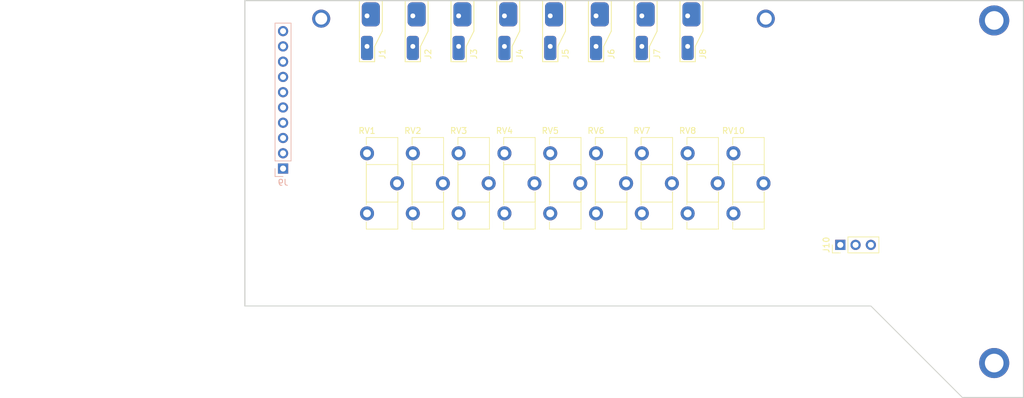
<source format=kicad_pcb>
(kicad_pcb (version 20171130) (host pcbnew 5.0.2-bee76a0~70~ubuntu16.04.1)

  (general
    (thickness 1.6)
    (drawings 10)
    (tracks 4)
    (zones 0)
    (modules 19)
    (nets 21)
  )

  (page A4)
  (layers
    (0 F.Cu signal)
    (31 B.Cu signal)
    (32 B.Adhes user)
    (33 F.Adhes user)
    (34 B.Paste user)
    (35 F.Paste user)
    (36 B.SilkS user)
    (37 F.SilkS user)
    (38 B.Mask user)
    (39 F.Mask user)
    (40 Dwgs.User user)
    (41 Cmts.User user)
    (42 Eco1.User user)
    (43 Eco2.User user)
    (44 Edge.Cuts user)
    (45 Margin user)
    (46 B.CrtYd user)
    (47 F.CrtYd user)
    (48 B.Fab user)
    (49 F.Fab user)
  )

  (setup
    (last_trace_width 2)
    (trace_clearance 1)
    (zone_clearance 1)
    (zone_45_only no)
    (trace_min 0.2)
    (segment_width 0.2)
    (edge_width 0.15)
    (via_size 0.8)
    (via_drill 0.4)
    (via_min_size 0.4)
    (via_min_drill 0.3)
    (uvia_size 0.3)
    (uvia_drill 0.1)
    (uvias_allowed no)
    (uvia_min_size 0.2)
    (uvia_min_drill 0.1)
    (pcb_text_width 0.3)
    (pcb_text_size 1.5 1.5)
    (mod_edge_width 0.15)
    (mod_text_size 1 1)
    (mod_text_width 0.15)
    (pad_size 2.34 2.34)
    (pad_drill 1.3)
    (pad_to_mask_clearance 0.051)
    (solder_mask_min_width 0.25)
    (aux_axis_origin 0 0)
    (visible_elements FFFFFF7F)
    (pcbplotparams
      (layerselection 0x010fc_ffffffff)
      (usegerberextensions false)
      (usegerberattributes false)
      (usegerberadvancedattributes false)
      (creategerberjobfile false)
      (excludeedgelayer true)
      (linewidth 0.100000)
      (plotframeref false)
      (viasonmask false)
      (mode 1)
      (useauxorigin false)
      (hpglpennumber 1)
      (hpglpenspeed 20)
      (hpglpendiameter 15.000000)
      (psnegative false)
      (psa4output false)
      (plotreference true)
      (plotvalue true)
      (plotinvisibletext false)
      (padsonsilk false)
      (subtractmaskfromsilk false)
      (outputformat 1)
      (mirror false)
      (drillshape 1)
      (scaleselection 1)
      (outputdirectory ""))
  )

  (net 0 "")
  (net 1 GNDA)
  (net 2 "Net-(J1-Pad2)")
  (net 3 "Net-(J2-Pad2)")
  (net 4 "Net-(J3-Pad2)")
  (net 5 "Net-(J4-Pad2)")
  (net 6 "Net-(J5-Pad2)")
  (net 7 "Net-(J6-Pad2)")
  (net 8 "Net-(J7-Pad2)")
  (net 9 "Net-(J8-Pad2)")
  (net 10 "Net-(J9-Pad2)")
  (net 11 "Net-(J9-Pad3)")
  (net 12 "Net-(J9-Pad4)")
  (net 13 "Net-(J9-Pad5)")
  (net 14 "Net-(J9-Pad6)")
  (net 15 "Net-(J9-Pad7)")
  (net 16 "Net-(J9-Pad8)")
  (net 17 "Net-(J9-Pad9)")
  (net 18 "Net-(J10-Pad1)")
  (net 19 "Net-(J10-Pad2)")
  (net 20 "Net-(J10-Pad3)")

  (net_class Default "This is the default net class."
    (clearance 1)
    (trace_width 2)
    (via_dia 0.8)
    (via_drill 0.4)
    (uvia_dia 0.3)
    (uvia_drill 0.1)
    (add_net GNDA)
    (add_net "Net-(J1-Pad2)")
    (add_net "Net-(J10-Pad1)")
    (add_net "Net-(J10-Pad2)")
    (add_net "Net-(J10-Pad3)")
    (add_net "Net-(J2-Pad2)")
    (add_net "Net-(J3-Pad2)")
    (add_net "Net-(J4-Pad2)")
    (add_net "Net-(J5-Pad2)")
    (add_net "Net-(J6-Pad2)")
    (add_net "Net-(J7-Pad2)")
    (add_net "Net-(J8-Pad2)")
    (add_net "Net-(J9-Pad2)")
    (add_net "Net-(J9-Pad3)")
    (add_net "Net-(J9-Pad4)")
    (add_net "Net-(J9-Pad5)")
    (add_net "Net-(J9-Pad6)")
    (add_net "Net-(J9-Pad7)")
    (add_net "Net-(J9-Pad8)")
    (add_net "Net-(J9-Pad9)")
  )

  (module footprints:coax_solder_pad (layer F.Cu) (tedit 5CB1CA80) (tstamp 5CEA5086)
    (at 73.66 15.24 270)
    (path /5CEA9CF8)
    (fp_text reference J1 (at 6.35 -2.54 270) (layer F.SilkS)
      (effects (font (size 1 1) (thickness 0.15)))
    )
    (fp_text value Conn_01x02 (at 3.81 -3.81 270) (layer F.Fab)
      (effects (font (size 1 1) (thickness 0.15)))
    )
    (fp_line (start -2.54 -2.54) (end 2.54 -2.54) (layer F.SilkS) (width 0.15))
    (fp_line (start 2.54 -2.54) (end 5.08 -1.27) (layer F.SilkS) (width 0.15))
    (fp_line (start 5.08 -1.27) (end 7.62 -1.27) (layer F.SilkS) (width 0.15))
    (fp_line (start 7.62 -1.27) (end 7.62 1.27) (layer F.SilkS) (width 0.15))
    (fp_line (start 7.62 1.27) (end -2.54 1.27) (layer F.SilkS) (width 0.15))
    (fp_line (start -2.54 1.27) (end -2.54 -2.54) (layer F.SilkS) (width 0.15))
    (pad 1 thru_hole roundrect (at 0 0 270) (size 4 3) (drill 0.8 (offset -0.254 -0.635)) (layers *.Cu *.Mask) (roundrect_rratio 0.25)
      (net 1 GNDA))
    (pad 2 thru_hole roundrect (at 5.08 0 270) (size 4 2) (drill 0.8 (offset 0.254 0)) (layers *.Cu *.Mask) (roundrect_rratio 0.25)
      (net 2 "Net-(J1-Pad2)"))
  )

  (module footprints:coax_solder_pad (layer F.Cu) (tedit 5CB1CA80) (tstamp 5CEA5092)
    (at 81.28 15.24 270)
    (path /5CEAA6AA)
    (fp_text reference J2 (at 6.35 -2.54 270) (layer F.SilkS)
      (effects (font (size 1 1) (thickness 0.15)))
    )
    (fp_text value Conn_01x02 (at 3.81 -3.81 270) (layer F.Fab)
      (effects (font (size 1 1) (thickness 0.15)))
    )
    (fp_line (start -2.54 1.27) (end -2.54 -2.54) (layer F.SilkS) (width 0.15))
    (fp_line (start 7.62 1.27) (end -2.54 1.27) (layer F.SilkS) (width 0.15))
    (fp_line (start 7.62 -1.27) (end 7.62 1.27) (layer F.SilkS) (width 0.15))
    (fp_line (start 5.08 -1.27) (end 7.62 -1.27) (layer F.SilkS) (width 0.15))
    (fp_line (start 2.54 -2.54) (end 5.08 -1.27) (layer F.SilkS) (width 0.15))
    (fp_line (start -2.54 -2.54) (end 2.54 -2.54) (layer F.SilkS) (width 0.15))
    (pad 2 thru_hole roundrect (at 5.08 0 270) (size 4 2) (drill 0.8 (offset 0.254 0)) (layers *.Cu *.Mask) (roundrect_rratio 0.25)
      (net 3 "Net-(J2-Pad2)"))
    (pad 1 thru_hole roundrect (at 0 0 270) (size 4 3) (drill 0.8 (offset -0.254 -0.635)) (layers *.Cu *.Mask) (roundrect_rratio 0.25)
      (net 1 GNDA))
  )

  (module footprints:coax_solder_pad (layer F.Cu) (tedit 5CB1CA80) (tstamp 5CEA509E)
    (at 88.9 15.24 270)
    (path /5CEAB615)
    (fp_text reference J3 (at 6.35 -2.54 270) (layer F.SilkS)
      (effects (font (size 1 1) (thickness 0.15)))
    )
    (fp_text value Conn_01x02 (at 3.81 -3.81 270) (layer F.Fab)
      (effects (font (size 1 1) (thickness 0.15)))
    )
    (fp_line (start -2.54 -2.54) (end 2.54 -2.54) (layer F.SilkS) (width 0.15))
    (fp_line (start 2.54 -2.54) (end 5.08 -1.27) (layer F.SilkS) (width 0.15))
    (fp_line (start 5.08 -1.27) (end 7.62 -1.27) (layer F.SilkS) (width 0.15))
    (fp_line (start 7.62 -1.27) (end 7.62 1.27) (layer F.SilkS) (width 0.15))
    (fp_line (start 7.62 1.27) (end -2.54 1.27) (layer F.SilkS) (width 0.15))
    (fp_line (start -2.54 1.27) (end -2.54 -2.54) (layer F.SilkS) (width 0.15))
    (pad 1 thru_hole roundrect (at 0 0 270) (size 4 3) (drill 0.8 (offset -0.254 -0.635)) (layers *.Cu *.Mask) (roundrect_rratio 0.25)
      (net 1 GNDA))
    (pad 2 thru_hole roundrect (at 5.08 0 270) (size 4 2) (drill 0.8 (offset 0.254 0)) (layers *.Cu *.Mask) (roundrect_rratio 0.25)
      (net 4 "Net-(J3-Pad2)"))
  )

  (module footprints:coax_solder_pad (layer F.Cu) (tedit 5CB1CA80) (tstamp 5CEA6703)
    (at 96.52 15.24 270)
    (path /5CEABD74)
    (fp_text reference J4 (at 6.35 -2.54 270) (layer F.SilkS)
      (effects (font (size 1 1) (thickness 0.15)))
    )
    (fp_text value Conn_01x02 (at 3.81 -3.81 270) (layer F.Fab)
      (effects (font (size 1 1) (thickness 0.15)))
    )
    (fp_line (start -2.54 1.27) (end -2.54 -2.54) (layer F.SilkS) (width 0.15))
    (fp_line (start 7.62 1.27) (end -2.54 1.27) (layer F.SilkS) (width 0.15))
    (fp_line (start 7.62 -1.27) (end 7.62 1.27) (layer F.SilkS) (width 0.15))
    (fp_line (start 5.08 -1.27) (end 7.62 -1.27) (layer F.SilkS) (width 0.15))
    (fp_line (start 2.54 -2.54) (end 5.08 -1.27) (layer F.SilkS) (width 0.15))
    (fp_line (start -2.54 -2.54) (end 2.54 -2.54) (layer F.SilkS) (width 0.15))
    (pad 2 thru_hole roundrect (at 5.08 0 270) (size 4 2) (drill 0.8 (offset 0.254 0)) (layers *.Cu *.Mask) (roundrect_rratio 0.25)
      (net 5 "Net-(J4-Pad2)"))
    (pad 1 thru_hole roundrect (at 0 0 270) (size 4 3) (drill 0.8 (offset -0.254 -0.635)) (layers *.Cu *.Mask) (roundrect_rratio 0.25)
      (net 1 GNDA))
  )

  (module footprints:coax_solder_pad (layer F.Cu) (tedit 5CB1CA80) (tstamp 5CEA50B6)
    (at 104.14 15.24 270)
    (path /5CEAC4D7)
    (fp_text reference J5 (at 6.35 -2.54 270) (layer F.SilkS)
      (effects (font (size 1 1) (thickness 0.15)))
    )
    (fp_text value Conn_01x02 (at 3.81 -3.81 270) (layer F.Fab)
      (effects (font (size 1 1) (thickness 0.15)))
    )
    (fp_line (start -2.54 -2.54) (end 2.54 -2.54) (layer F.SilkS) (width 0.15))
    (fp_line (start 2.54 -2.54) (end 5.08 -1.27) (layer F.SilkS) (width 0.15))
    (fp_line (start 5.08 -1.27) (end 7.62 -1.27) (layer F.SilkS) (width 0.15))
    (fp_line (start 7.62 -1.27) (end 7.62 1.27) (layer F.SilkS) (width 0.15))
    (fp_line (start 7.62 1.27) (end -2.54 1.27) (layer F.SilkS) (width 0.15))
    (fp_line (start -2.54 1.27) (end -2.54 -2.54) (layer F.SilkS) (width 0.15))
    (pad 1 thru_hole roundrect (at 0 0 270) (size 4 3) (drill 0.8 (offset -0.254 -0.635)) (layers *.Cu *.Mask) (roundrect_rratio 0.25)
      (net 1 GNDA))
    (pad 2 thru_hole roundrect (at 5.08 0 270) (size 4 2) (drill 0.8 (offset 0.254 0)) (layers *.Cu *.Mask) (roundrect_rratio 0.25)
      (net 6 "Net-(J5-Pad2)"))
  )

  (module footprints:coax_solder_pad (layer F.Cu) (tedit 5CB1CA80) (tstamp 5CEA50C2)
    (at 111.76 15.24 270)
    (path /5CEACC54)
    (fp_text reference J6 (at 6.35 -2.54 270) (layer F.SilkS)
      (effects (font (size 1 1) (thickness 0.15)))
    )
    (fp_text value Conn_01x02 (at 3.81 -3.81 270) (layer F.Fab)
      (effects (font (size 1 1) (thickness 0.15)))
    )
    (fp_line (start -2.54 1.27) (end -2.54 -2.54) (layer F.SilkS) (width 0.15))
    (fp_line (start 7.62 1.27) (end -2.54 1.27) (layer F.SilkS) (width 0.15))
    (fp_line (start 7.62 -1.27) (end 7.62 1.27) (layer F.SilkS) (width 0.15))
    (fp_line (start 5.08 -1.27) (end 7.62 -1.27) (layer F.SilkS) (width 0.15))
    (fp_line (start 2.54 -2.54) (end 5.08 -1.27) (layer F.SilkS) (width 0.15))
    (fp_line (start -2.54 -2.54) (end 2.54 -2.54) (layer F.SilkS) (width 0.15))
    (pad 2 thru_hole roundrect (at 5.08 0 270) (size 4 2) (drill 0.8 (offset 0.254 0)) (layers *.Cu *.Mask) (roundrect_rratio 0.25)
      (net 7 "Net-(J6-Pad2)"))
    (pad 1 thru_hole roundrect (at 0 0 270) (size 4 3) (drill 0.8 (offset -0.254 -0.635)) (layers *.Cu *.Mask) (roundrect_rratio 0.25)
      (net 1 GNDA))
  )

  (module footprints:coax_solder_pad (layer F.Cu) (tedit 5CB1CA80) (tstamp 5CEA50CE)
    (at 119.38 15.24 270)
    (path /5CEAD3AB)
    (fp_text reference J7 (at 6.35 -2.54 270) (layer F.SilkS)
      (effects (font (size 1 1) (thickness 0.15)))
    )
    (fp_text value Conn_01x02 (at 3.81 -3.81 270) (layer F.Fab)
      (effects (font (size 1 1) (thickness 0.15)))
    )
    (fp_line (start -2.54 -2.54) (end 2.54 -2.54) (layer F.SilkS) (width 0.15))
    (fp_line (start 2.54 -2.54) (end 5.08 -1.27) (layer F.SilkS) (width 0.15))
    (fp_line (start 5.08 -1.27) (end 7.62 -1.27) (layer F.SilkS) (width 0.15))
    (fp_line (start 7.62 -1.27) (end 7.62 1.27) (layer F.SilkS) (width 0.15))
    (fp_line (start 7.62 1.27) (end -2.54 1.27) (layer F.SilkS) (width 0.15))
    (fp_line (start -2.54 1.27) (end -2.54 -2.54) (layer F.SilkS) (width 0.15))
    (pad 1 thru_hole roundrect (at 0 0 270) (size 4 3) (drill 0.8 (offset -0.254 -0.635)) (layers *.Cu *.Mask) (roundrect_rratio 0.25)
      (net 1 GNDA))
    (pad 2 thru_hole roundrect (at 5.08 0 270) (size 4 2) (drill 0.8 (offset 0.254 0)) (layers *.Cu *.Mask) (roundrect_rratio 0.25)
      (net 8 "Net-(J7-Pad2)"))
  )

  (module footprints:coax_solder_pad (layer F.Cu) (tedit 5CB1CA80) (tstamp 5CEA50DA)
    (at 127 15.24 270)
    (path /5CEADB0E)
    (fp_text reference J8 (at 6.35 -2.54 270) (layer F.SilkS)
      (effects (font (size 1 1) (thickness 0.15)))
    )
    (fp_text value Conn_01x02 (at 3.81 -3.81 270) (layer F.Fab)
      (effects (font (size 1 1) (thickness 0.15)))
    )
    (fp_line (start -2.54 1.27) (end -2.54 -2.54) (layer F.SilkS) (width 0.15))
    (fp_line (start 7.62 1.27) (end -2.54 1.27) (layer F.SilkS) (width 0.15))
    (fp_line (start 7.62 -1.27) (end 7.62 1.27) (layer F.SilkS) (width 0.15))
    (fp_line (start 5.08 -1.27) (end 7.62 -1.27) (layer F.SilkS) (width 0.15))
    (fp_line (start 2.54 -2.54) (end 5.08 -1.27) (layer F.SilkS) (width 0.15))
    (fp_line (start -2.54 -2.54) (end 2.54 -2.54) (layer F.SilkS) (width 0.15))
    (pad 2 thru_hole roundrect (at 5.08 0 270) (size 4 2) (drill 0.8 (offset 0.254 0)) (layers *.Cu *.Mask) (roundrect_rratio 0.25)
      (net 9 "Net-(J8-Pad2)"))
    (pad 1 thru_hole roundrect (at 0 0 270) (size 4 3) (drill 0.8 (offset -0.254 -0.635)) (layers *.Cu *.Mask) (roundrect_rratio 0.25)
      (net 1 GNDA))
  )

  (module Connector_PinHeader_2.54mm:PinHeader_1x10_P2.54mm_Vertical (layer B.Cu) (tedit 59FED5CC) (tstamp 5CEA5E60)
    (at 59.69 40.64)
    (descr "Through hole straight pin header, 1x10, 2.54mm pitch, single row")
    (tags "Through hole pin header THT 1x10 2.54mm single row")
    (path /5CEA4DA9)
    (fp_text reference J9 (at 0 2.33) (layer B.SilkS)
      (effects (font (size 1 1) (thickness 0.15)) (justify mirror))
    )
    (fp_text value Conn_01x10 (at 0 -25.19) (layer B.Fab)
      (effects (font (size 1 1) (thickness 0.15)) (justify mirror))
    )
    (fp_line (start -0.635 1.27) (end 1.27 1.27) (layer B.Fab) (width 0.1))
    (fp_line (start 1.27 1.27) (end 1.27 -24.13) (layer B.Fab) (width 0.1))
    (fp_line (start 1.27 -24.13) (end -1.27 -24.13) (layer B.Fab) (width 0.1))
    (fp_line (start -1.27 -24.13) (end -1.27 0.635) (layer B.Fab) (width 0.1))
    (fp_line (start -1.27 0.635) (end -0.635 1.27) (layer B.Fab) (width 0.1))
    (fp_line (start -1.33 -24.19) (end 1.33 -24.19) (layer B.SilkS) (width 0.12))
    (fp_line (start -1.33 -1.27) (end -1.33 -24.19) (layer B.SilkS) (width 0.12))
    (fp_line (start 1.33 -1.27) (end 1.33 -24.19) (layer B.SilkS) (width 0.12))
    (fp_line (start -1.33 -1.27) (end 1.33 -1.27) (layer B.SilkS) (width 0.12))
    (fp_line (start -1.33 0) (end -1.33 1.33) (layer B.SilkS) (width 0.12))
    (fp_line (start -1.33 1.33) (end 0 1.33) (layer B.SilkS) (width 0.12))
    (fp_line (start -1.8 1.8) (end -1.8 -24.65) (layer B.CrtYd) (width 0.05))
    (fp_line (start -1.8 -24.65) (end 1.8 -24.65) (layer B.CrtYd) (width 0.05))
    (fp_line (start 1.8 -24.65) (end 1.8 1.8) (layer B.CrtYd) (width 0.05))
    (fp_line (start 1.8 1.8) (end -1.8 1.8) (layer B.CrtYd) (width 0.05))
    (fp_text user %R (at 0 -11.43 -90) (layer B.Fab)
      (effects (font (size 1 1) (thickness 0.15)) (justify mirror))
    )
    (pad 1 thru_hole rect (at 0 0) (size 1.7 1.7) (drill 1) (layers *.Cu *.Mask)
      (net 1 GNDA))
    (pad 2 thru_hole oval (at 0 -2.54) (size 1.7 1.7) (drill 1) (layers *.Cu *.Mask)
      (net 10 "Net-(J9-Pad2)"))
    (pad 3 thru_hole oval (at 0 -5.08) (size 1.7 1.7) (drill 1) (layers *.Cu *.Mask)
      (net 11 "Net-(J9-Pad3)"))
    (pad 4 thru_hole oval (at 0 -7.62) (size 1.7 1.7) (drill 1) (layers *.Cu *.Mask)
      (net 12 "Net-(J9-Pad4)"))
    (pad 5 thru_hole oval (at 0 -10.16) (size 1.7 1.7) (drill 1) (layers *.Cu *.Mask)
      (net 13 "Net-(J9-Pad5)"))
    (pad 6 thru_hole oval (at 0 -12.7) (size 1.7 1.7) (drill 1) (layers *.Cu *.Mask)
      (net 14 "Net-(J9-Pad6)"))
    (pad 7 thru_hole oval (at 0 -15.24) (size 1.7 1.7) (drill 1) (layers *.Cu *.Mask)
      (net 15 "Net-(J9-Pad7)"))
    (pad 8 thru_hole oval (at 0 -17.78) (size 1.7 1.7) (drill 1) (layers *.Cu *.Mask)
      (net 16 "Net-(J9-Pad8)"))
    (pad 9 thru_hole oval (at 0 -20.32) (size 1.7 1.7) (drill 1) (layers *.Cu *.Mask)
      (net 17 "Net-(J9-Pad9)"))
    (pad 10 thru_hole oval (at 0 -22.86) (size 1.7 1.7) (drill 1) (layers *.Cu *.Mask)
      (net 1 GNDA))
    (model ${KISYS3DMOD}/Connector_PinHeader_2.54mm.3dshapes/PinHeader_1x10_P2.54mm_Vertical.wrl
      (at (xyz 0 0 0))
      (scale (xyz 1 1 1))
      (rotate (xyz 0 0 0))
    )
  )

  (module Connector_PinHeader_2.54mm:PinHeader_1x03_P2.54mm_Vertical (layer F.Cu) (tedit 59FED5CC) (tstamp 5CEA68B6)
    (at 152.4 53.34 90)
    (descr "Through hole straight pin header, 1x03, 2.54mm pitch, single row")
    (tags "Through hole pin header THT 1x03 2.54mm single row")
    (path /5CEA4A3E)
    (fp_text reference J10 (at 0 -2.33 90) (layer F.SilkS)
      (effects (font (size 1 1) (thickness 0.15)))
    )
    (fp_text value Conn_servo (at 0 7.41 90) (layer F.Fab)
      (effects (font (size 1 1) (thickness 0.15)))
    )
    (fp_line (start -0.635 -1.27) (end 1.27 -1.27) (layer F.Fab) (width 0.1))
    (fp_line (start 1.27 -1.27) (end 1.27 6.35) (layer F.Fab) (width 0.1))
    (fp_line (start 1.27 6.35) (end -1.27 6.35) (layer F.Fab) (width 0.1))
    (fp_line (start -1.27 6.35) (end -1.27 -0.635) (layer F.Fab) (width 0.1))
    (fp_line (start -1.27 -0.635) (end -0.635 -1.27) (layer F.Fab) (width 0.1))
    (fp_line (start -1.33 6.41) (end 1.33 6.41) (layer F.SilkS) (width 0.12))
    (fp_line (start -1.33 1.27) (end -1.33 6.41) (layer F.SilkS) (width 0.12))
    (fp_line (start 1.33 1.27) (end 1.33 6.41) (layer F.SilkS) (width 0.12))
    (fp_line (start -1.33 1.27) (end 1.33 1.27) (layer F.SilkS) (width 0.12))
    (fp_line (start -1.33 0) (end -1.33 -1.33) (layer F.SilkS) (width 0.12))
    (fp_line (start -1.33 -1.33) (end 0 -1.33) (layer F.SilkS) (width 0.12))
    (fp_line (start -1.8 -1.8) (end -1.8 6.85) (layer F.CrtYd) (width 0.05))
    (fp_line (start -1.8 6.85) (end 1.8 6.85) (layer F.CrtYd) (width 0.05))
    (fp_line (start 1.8 6.85) (end 1.8 -1.8) (layer F.CrtYd) (width 0.05))
    (fp_line (start 1.8 -1.8) (end -1.8 -1.8) (layer F.CrtYd) (width 0.05))
    (fp_text user %R (at 0 2.54 180) (layer F.Fab)
      (effects (font (size 1 1) (thickness 0.15)))
    )
    (pad 1 thru_hole rect (at 0 0 90) (size 1.7 1.7) (drill 1) (layers *.Cu *.Mask)
      (net 18 "Net-(J10-Pad1)"))
    (pad 2 thru_hole oval (at 0 2.54 90) (size 1.7 1.7) (drill 1) (layers *.Cu *.Mask)
      (net 19 "Net-(J10-Pad2)"))
    (pad 3 thru_hole oval (at 0 5.08 90) (size 1.7 1.7) (drill 1) (layers *.Cu *.Mask)
      (net 20 "Net-(J10-Pad3)"))
    (model ${KISYS3DMOD}/Connector_PinHeader_2.54mm.3dshapes/PinHeader_1x03_P2.54mm_Vertical.wrl
      (at (xyz 0 0 0))
      (scale (xyz 1 1 1))
      (rotate (xyz 0 0 0))
    )
  )

  (module Potentiometer_THT:Potentiometer_Piher_PT-15-H05_Horizontal (layer F.Cu) (tedit 5A3D4994) (tstamp 5CEA512F)
    (at 73.66 38.1)
    (descr "Potentiometer, horizontal, Piher PT-15-H05, http://www.piher-nacesa.com/pdf/14-PT15v03.pdf")
    (tags "Potentiometer horizontal Piher PT-15-H05")
    (path /5CEA489F)
    (fp_text reference RV1 (at 0 -3.75) (layer F.SilkS)
      (effects (font (size 1 1) (thickness 0.15)))
    )
    (fp_text value R_POT (at 0 13.75) (layer F.Fab)
      (effects (font (size 1 1) (thickness 0.15)))
    )
    (fp_line (start 5 -2.5) (end 5 12.5) (layer F.Fab) (width 0.1))
    (fp_line (start 5 12.5) (end 0 12.5) (layer F.Fab) (width 0.1))
    (fp_line (start 0 12.5) (end 0 -2.5) (layer F.Fab) (width 0.1))
    (fp_line (start 0 -2.5) (end 5 -2.5) (layer F.Fab) (width 0.1))
    (fp_line (start 0 2) (end 0 8) (layer F.Fab) (width 0.1))
    (fp_line (start 0 8) (end 5 8) (layer F.Fab) (width 0.1))
    (fp_line (start 5 8) (end 5 2) (layer F.Fab) (width 0.1))
    (fp_line (start 5 2) (end 0 2) (layer F.Fab) (width 0.1))
    (fp_line (start -0.121 -2.62) (end 5.12 -2.62) (layer F.SilkS) (width 0.12))
    (fp_line (start -0.121 12.62) (end 5.12 12.62) (layer F.SilkS) (width 0.12))
    (fp_line (start 5.12 -2.62) (end 5.12 3.575) (layer F.SilkS) (width 0.12))
    (fp_line (start 5.12 6.425) (end 5.12 12.62) (layer F.SilkS) (width 0.12))
    (fp_line (start -0.121 11.425) (end -0.121 12.62) (layer F.SilkS) (width 0.12))
    (fp_line (start -0.121 -2.62) (end -0.121 -1.426) (layer F.SilkS) (width 0.12))
    (fp_line (start -0.121 1.426) (end -0.121 8.575) (layer F.SilkS) (width 0.12))
    (fp_line (start -0.121 1.88) (end 5.12 1.88) (layer F.SilkS) (width 0.12))
    (fp_line (start -0.121 8.121) (end 5.12 8.121) (layer F.SilkS) (width 0.12))
    (fp_line (start -0.121 1.88) (end -0.121 8.121) (layer F.SilkS) (width 0.12))
    (fp_line (start 5.12 1.88) (end 5.12 3.575) (layer F.SilkS) (width 0.12))
    (fp_line (start 5.12 6.425) (end 5.12 8.121) (layer F.SilkS) (width 0.12))
    (fp_line (start -1.45 -2.75) (end -1.45 12.75) (layer F.CrtYd) (width 0.05))
    (fp_line (start -1.45 12.75) (end 6.45 12.75) (layer F.CrtYd) (width 0.05))
    (fp_line (start 6.45 12.75) (end 6.45 -2.75) (layer F.CrtYd) (width 0.05))
    (fp_line (start 6.45 -2.75) (end -1.45 -2.75) (layer F.CrtYd) (width 0.05))
    (fp_text user %R (at 2.5 5) (layer F.Fab)
      (effects (font (size 1 1) (thickness 0.15)))
    )
    (pad 3 thru_hole circle (at 0 10) (size 2.34 2.34) (drill 1.3) (layers *.Cu *.Mask)
      (net 1 GNDA))
    (pad 2 thru_hole circle (at 5 5) (size 2.34 2.34) (drill 1.3) (layers *.Cu *.Mask)
      (net 10 "Net-(J9-Pad2)"))
    (pad 1 thru_hole circle (at 0 0) (size 2.34 2.34) (drill 1.3) (layers *.Cu *.Mask)
      (net 2 "Net-(J1-Pad2)"))
    (model ${KISYS3DMOD}/Potentiometer_THT.3dshapes/Potentiometer_Piher_PT-15-H05_Horizontal.wrl
      (at (xyz 0 0 0))
      (scale (xyz 1 1 1))
      (rotate (xyz 0 0 0))
    )
  )

  (module Potentiometer_THT:Potentiometer_Piher_PT-15-H05_Horizontal (layer F.Cu) (tedit 5A3D4994) (tstamp 5CEA514F)
    (at 81.28 38.1)
    (descr "Potentiometer, horizontal, Piher PT-15-H05, http://www.piher-nacesa.com/pdf/14-PT15v03.pdf")
    (tags "Potentiometer horizontal Piher PT-15-H05")
    (path /5CEA509A)
    (fp_text reference RV2 (at 0 -3.75) (layer F.SilkS)
      (effects (font (size 1 1) (thickness 0.15)))
    )
    (fp_text value R_POT (at 0 13.75) (layer F.Fab)
      (effects (font (size 1 1) (thickness 0.15)))
    )
    (fp_text user %R (at 2.5 5) (layer F.Fab)
      (effects (font (size 1 1) (thickness 0.15)))
    )
    (fp_line (start 6.45 -2.75) (end -1.45 -2.75) (layer F.CrtYd) (width 0.05))
    (fp_line (start 6.45 12.75) (end 6.45 -2.75) (layer F.CrtYd) (width 0.05))
    (fp_line (start -1.45 12.75) (end 6.45 12.75) (layer F.CrtYd) (width 0.05))
    (fp_line (start -1.45 -2.75) (end -1.45 12.75) (layer F.CrtYd) (width 0.05))
    (fp_line (start 5.12 6.425) (end 5.12 8.121) (layer F.SilkS) (width 0.12))
    (fp_line (start 5.12 1.88) (end 5.12 3.575) (layer F.SilkS) (width 0.12))
    (fp_line (start -0.121 1.88) (end -0.121 8.121) (layer F.SilkS) (width 0.12))
    (fp_line (start -0.121 8.121) (end 5.12 8.121) (layer F.SilkS) (width 0.12))
    (fp_line (start -0.121 1.88) (end 5.12 1.88) (layer F.SilkS) (width 0.12))
    (fp_line (start -0.121 1.426) (end -0.121 8.575) (layer F.SilkS) (width 0.12))
    (fp_line (start -0.121 -2.62) (end -0.121 -1.426) (layer F.SilkS) (width 0.12))
    (fp_line (start -0.121 11.425) (end -0.121 12.62) (layer F.SilkS) (width 0.12))
    (fp_line (start 5.12 6.425) (end 5.12 12.62) (layer F.SilkS) (width 0.12))
    (fp_line (start 5.12 -2.62) (end 5.12 3.575) (layer F.SilkS) (width 0.12))
    (fp_line (start -0.121 12.62) (end 5.12 12.62) (layer F.SilkS) (width 0.12))
    (fp_line (start -0.121 -2.62) (end 5.12 -2.62) (layer F.SilkS) (width 0.12))
    (fp_line (start 5 2) (end 0 2) (layer F.Fab) (width 0.1))
    (fp_line (start 5 8) (end 5 2) (layer F.Fab) (width 0.1))
    (fp_line (start 0 8) (end 5 8) (layer F.Fab) (width 0.1))
    (fp_line (start 0 2) (end 0 8) (layer F.Fab) (width 0.1))
    (fp_line (start 0 -2.5) (end 5 -2.5) (layer F.Fab) (width 0.1))
    (fp_line (start 0 12.5) (end 0 -2.5) (layer F.Fab) (width 0.1))
    (fp_line (start 5 12.5) (end 0 12.5) (layer F.Fab) (width 0.1))
    (fp_line (start 5 -2.5) (end 5 12.5) (layer F.Fab) (width 0.1))
    (pad 1 thru_hole circle (at 0 0) (size 2.34 2.34) (drill 1.3) (layers *.Cu *.Mask)
      (net 3 "Net-(J2-Pad2)"))
    (pad 2 thru_hole circle (at 5 5) (size 2.34 2.34) (drill 1.3) (layers *.Cu *.Mask)
      (net 11 "Net-(J9-Pad3)"))
    (pad 3 thru_hole circle (at 0 10) (size 2.34 2.34) (drill 1.3) (layers *.Cu *.Mask)
      (net 1 GNDA))
    (model ${KISYS3DMOD}/Potentiometer_THT.3dshapes/Potentiometer_Piher_PT-15-H05_Horizontal.wrl
      (at (xyz 0 0 0))
      (scale (xyz 1 1 1))
      (rotate (xyz 0 0 0))
    )
  )

  (module Potentiometer_THT:Potentiometer_Piher_PT-15-H05_Horizontal (layer F.Cu) (tedit 5A3D4994) (tstamp 5CEA516F)
    (at 88.9 38.1)
    (descr "Potentiometer, horizontal, Piher PT-15-H05, http://www.piher-nacesa.com/pdf/14-PT15v03.pdf")
    (tags "Potentiometer horizontal Piher PT-15-H05")
    (path /5CEA51E9)
    (fp_text reference RV3 (at 0 -3.75) (layer F.SilkS)
      (effects (font (size 1 1) (thickness 0.15)))
    )
    (fp_text value R_POT (at 0 13.75) (layer F.Fab)
      (effects (font (size 1 1) (thickness 0.15)))
    )
    (fp_line (start 5 -2.5) (end 5 12.5) (layer F.Fab) (width 0.1))
    (fp_line (start 5 12.5) (end 0 12.5) (layer F.Fab) (width 0.1))
    (fp_line (start 0 12.5) (end 0 -2.5) (layer F.Fab) (width 0.1))
    (fp_line (start 0 -2.5) (end 5 -2.5) (layer F.Fab) (width 0.1))
    (fp_line (start 0 2) (end 0 8) (layer F.Fab) (width 0.1))
    (fp_line (start 0 8) (end 5 8) (layer F.Fab) (width 0.1))
    (fp_line (start 5 8) (end 5 2) (layer F.Fab) (width 0.1))
    (fp_line (start 5 2) (end 0 2) (layer F.Fab) (width 0.1))
    (fp_line (start -0.121 -2.62) (end 5.12 -2.62) (layer F.SilkS) (width 0.12))
    (fp_line (start -0.121 12.62) (end 5.12 12.62) (layer F.SilkS) (width 0.12))
    (fp_line (start 5.12 -2.62) (end 5.12 3.575) (layer F.SilkS) (width 0.12))
    (fp_line (start 5.12 6.425) (end 5.12 12.62) (layer F.SilkS) (width 0.12))
    (fp_line (start -0.121 11.425) (end -0.121 12.62) (layer F.SilkS) (width 0.12))
    (fp_line (start -0.121 -2.62) (end -0.121 -1.426) (layer F.SilkS) (width 0.12))
    (fp_line (start -0.121 1.426) (end -0.121 8.575) (layer F.SilkS) (width 0.12))
    (fp_line (start -0.121 1.88) (end 5.12 1.88) (layer F.SilkS) (width 0.12))
    (fp_line (start -0.121 8.121) (end 5.12 8.121) (layer F.SilkS) (width 0.12))
    (fp_line (start -0.121 1.88) (end -0.121 8.121) (layer F.SilkS) (width 0.12))
    (fp_line (start 5.12 1.88) (end 5.12 3.575) (layer F.SilkS) (width 0.12))
    (fp_line (start 5.12 6.425) (end 5.12 8.121) (layer F.SilkS) (width 0.12))
    (fp_line (start -1.45 -2.75) (end -1.45 12.75) (layer F.CrtYd) (width 0.05))
    (fp_line (start -1.45 12.75) (end 6.45 12.75) (layer F.CrtYd) (width 0.05))
    (fp_line (start 6.45 12.75) (end 6.45 -2.75) (layer F.CrtYd) (width 0.05))
    (fp_line (start 6.45 -2.75) (end -1.45 -2.75) (layer F.CrtYd) (width 0.05))
    (fp_text user %R (at 2.5 5) (layer F.Fab)
      (effects (font (size 1 1) (thickness 0.15)))
    )
    (pad 3 thru_hole circle (at 0 10) (size 2.34 2.34) (drill 1.3) (layers *.Cu *.Mask)
      (net 1 GNDA))
    (pad 2 thru_hole circle (at 5 5) (size 2.34 2.34) (drill 1.3) (layers *.Cu *.Mask)
      (net 12 "Net-(J9-Pad4)"))
    (pad 1 thru_hole circle (at 0 0) (size 2.34 2.34) (drill 1.3) (layers *.Cu *.Mask)
      (net 4 "Net-(J3-Pad2)"))
    (model ${KISYS3DMOD}/Potentiometer_THT.3dshapes/Potentiometer_Piher_PT-15-H05_Horizontal.wrl
      (at (xyz 0 0 0))
      (scale (xyz 1 1 1))
      (rotate (xyz 0 0 0))
    )
  )

  (module Potentiometer_THT:Potentiometer_Piher_PT-15-H05_Horizontal (layer F.Cu) (tedit 5A3D4994) (tstamp 5CEA518F)
    (at 96.52 38.1)
    (descr "Potentiometer, horizontal, Piher PT-15-H05, http://www.piher-nacesa.com/pdf/14-PT15v03.pdf")
    (tags "Potentiometer horizontal Piher PT-15-H05")
    (path /5CEA51F7)
    (fp_text reference RV4 (at 0 -3.75) (layer F.SilkS)
      (effects (font (size 1 1) (thickness 0.15)))
    )
    (fp_text value R_POT (at 0 13.75) (layer F.Fab)
      (effects (font (size 1 1) (thickness 0.15)))
    )
    (fp_text user %R (at 2.5 5) (layer F.Fab)
      (effects (font (size 1 1) (thickness 0.15)))
    )
    (fp_line (start 6.45 -2.75) (end -1.45 -2.75) (layer F.CrtYd) (width 0.05))
    (fp_line (start 6.45 12.75) (end 6.45 -2.75) (layer F.CrtYd) (width 0.05))
    (fp_line (start -1.45 12.75) (end 6.45 12.75) (layer F.CrtYd) (width 0.05))
    (fp_line (start -1.45 -2.75) (end -1.45 12.75) (layer F.CrtYd) (width 0.05))
    (fp_line (start 5.12 6.425) (end 5.12 8.121) (layer F.SilkS) (width 0.12))
    (fp_line (start 5.12 1.88) (end 5.12 3.575) (layer F.SilkS) (width 0.12))
    (fp_line (start -0.121 1.88) (end -0.121 8.121) (layer F.SilkS) (width 0.12))
    (fp_line (start -0.121 8.121) (end 5.12 8.121) (layer F.SilkS) (width 0.12))
    (fp_line (start -0.121 1.88) (end 5.12 1.88) (layer F.SilkS) (width 0.12))
    (fp_line (start -0.121 1.426) (end -0.121 8.575) (layer F.SilkS) (width 0.12))
    (fp_line (start -0.121 -2.62) (end -0.121 -1.426) (layer F.SilkS) (width 0.12))
    (fp_line (start -0.121 11.425) (end -0.121 12.62) (layer F.SilkS) (width 0.12))
    (fp_line (start 5.12 6.425) (end 5.12 12.62) (layer F.SilkS) (width 0.12))
    (fp_line (start 5.12 -2.62) (end 5.12 3.575) (layer F.SilkS) (width 0.12))
    (fp_line (start -0.121 12.62) (end 5.12 12.62) (layer F.SilkS) (width 0.12))
    (fp_line (start -0.121 -2.62) (end 5.12 -2.62) (layer F.SilkS) (width 0.12))
    (fp_line (start 5 2) (end 0 2) (layer F.Fab) (width 0.1))
    (fp_line (start 5 8) (end 5 2) (layer F.Fab) (width 0.1))
    (fp_line (start 0 8) (end 5 8) (layer F.Fab) (width 0.1))
    (fp_line (start 0 2) (end 0 8) (layer F.Fab) (width 0.1))
    (fp_line (start 0 -2.5) (end 5 -2.5) (layer F.Fab) (width 0.1))
    (fp_line (start 0 12.5) (end 0 -2.5) (layer F.Fab) (width 0.1))
    (fp_line (start 5 12.5) (end 0 12.5) (layer F.Fab) (width 0.1))
    (fp_line (start 5 -2.5) (end 5 12.5) (layer F.Fab) (width 0.1))
    (pad 1 thru_hole circle (at 0 0) (size 2.34 2.34) (drill 1.3) (layers *.Cu *.Mask)
      (net 5 "Net-(J4-Pad2)"))
    (pad 2 thru_hole circle (at 5 5) (size 2.34 2.34) (drill 1.3) (layers *.Cu *.Mask)
      (net 13 "Net-(J9-Pad5)"))
    (pad 3 thru_hole circle (at 0 10) (size 2.34 2.34) (drill 1.3) (layers *.Cu *.Mask)
      (net 1 GNDA))
    (model ${KISYS3DMOD}/Potentiometer_THT.3dshapes/Potentiometer_Piher_PT-15-H05_Horizontal.wrl
      (at (xyz 0 0 0))
      (scale (xyz 1 1 1))
      (rotate (xyz 0 0 0))
    )
  )

  (module Potentiometer_THT:Potentiometer_Piher_PT-15-H05_Horizontal (layer F.Cu) (tedit 5A3D4994) (tstamp 5CEA51AF)
    (at 104.14 38.1)
    (descr "Potentiometer, horizontal, Piher PT-15-H05, http://www.piher-nacesa.com/pdf/14-PT15v03.pdf")
    (tags "Potentiometer horizontal Piher PT-15-H05")
    (path /5CEA53CE)
    (fp_text reference RV5 (at 0 -3.75) (layer F.SilkS)
      (effects (font (size 1 1) (thickness 0.15)))
    )
    (fp_text value R_POT (at 0 13.75) (layer F.Fab)
      (effects (font (size 1 1) (thickness 0.15)))
    )
    (fp_line (start 5 -2.5) (end 5 12.5) (layer F.Fab) (width 0.1))
    (fp_line (start 5 12.5) (end 0 12.5) (layer F.Fab) (width 0.1))
    (fp_line (start 0 12.5) (end 0 -2.5) (layer F.Fab) (width 0.1))
    (fp_line (start 0 -2.5) (end 5 -2.5) (layer F.Fab) (width 0.1))
    (fp_line (start 0 2) (end 0 8) (layer F.Fab) (width 0.1))
    (fp_line (start 0 8) (end 5 8) (layer F.Fab) (width 0.1))
    (fp_line (start 5 8) (end 5 2) (layer F.Fab) (width 0.1))
    (fp_line (start 5 2) (end 0 2) (layer F.Fab) (width 0.1))
    (fp_line (start -0.121 -2.62) (end 5.12 -2.62) (layer F.SilkS) (width 0.12))
    (fp_line (start -0.121 12.62) (end 5.12 12.62) (layer F.SilkS) (width 0.12))
    (fp_line (start 5.12 -2.62) (end 5.12 3.575) (layer F.SilkS) (width 0.12))
    (fp_line (start 5.12 6.425) (end 5.12 12.62) (layer F.SilkS) (width 0.12))
    (fp_line (start -0.121 11.425) (end -0.121 12.62) (layer F.SilkS) (width 0.12))
    (fp_line (start -0.121 -2.62) (end -0.121 -1.426) (layer F.SilkS) (width 0.12))
    (fp_line (start -0.121 1.426) (end -0.121 8.575) (layer F.SilkS) (width 0.12))
    (fp_line (start -0.121 1.88) (end 5.12 1.88) (layer F.SilkS) (width 0.12))
    (fp_line (start -0.121 8.121) (end 5.12 8.121) (layer F.SilkS) (width 0.12))
    (fp_line (start -0.121 1.88) (end -0.121 8.121) (layer F.SilkS) (width 0.12))
    (fp_line (start 5.12 1.88) (end 5.12 3.575) (layer F.SilkS) (width 0.12))
    (fp_line (start 5.12 6.425) (end 5.12 8.121) (layer F.SilkS) (width 0.12))
    (fp_line (start -1.45 -2.75) (end -1.45 12.75) (layer F.CrtYd) (width 0.05))
    (fp_line (start -1.45 12.75) (end 6.45 12.75) (layer F.CrtYd) (width 0.05))
    (fp_line (start 6.45 12.75) (end 6.45 -2.75) (layer F.CrtYd) (width 0.05))
    (fp_line (start 6.45 -2.75) (end -1.45 -2.75) (layer F.CrtYd) (width 0.05))
    (fp_text user %R (at 2.5 5) (layer F.Fab)
      (effects (font (size 1 1) (thickness 0.15)))
    )
    (pad 3 thru_hole circle (at 0 10) (size 2.34 2.34) (drill 1.3) (layers *.Cu *.Mask)
      (net 1 GNDA))
    (pad 2 thru_hole circle (at 5 5) (size 2.34 2.34) (drill 1.3) (layers *.Cu *.Mask)
      (net 14 "Net-(J9-Pad6)"))
    (pad 1 thru_hole circle (at 0 0) (size 2.34 2.34) (drill 1.3) (layers *.Cu *.Mask)
      (net 6 "Net-(J5-Pad2)"))
    (model ${KISYS3DMOD}/Potentiometer_THT.3dshapes/Potentiometer_Piher_PT-15-H05_Horizontal.wrl
      (at (xyz 0 0 0))
      (scale (xyz 1 1 1))
      (rotate (xyz 0 0 0))
    )
  )

  (module Potentiometer_THT:Potentiometer_Piher_PT-15-H05_Horizontal (layer F.Cu) (tedit 5A3D4994) (tstamp 5CEA51CF)
    (at 111.76 38.1)
    (descr "Potentiometer, horizontal, Piher PT-15-H05, http://www.piher-nacesa.com/pdf/14-PT15v03.pdf")
    (tags "Potentiometer horizontal Piher PT-15-H05")
    (path /5CEA53DC)
    (fp_text reference RV6 (at 0 -3.75) (layer F.SilkS)
      (effects (font (size 1 1) (thickness 0.15)))
    )
    (fp_text value R_POT (at 0 13.75) (layer F.Fab)
      (effects (font (size 1 1) (thickness 0.15)))
    )
    (fp_text user %R (at 2.5 5) (layer F.Fab)
      (effects (font (size 1 1) (thickness 0.15)))
    )
    (fp_line (start 6.45 -2.75) (end -1.45 -2.75) (layer F.CrtYd) (width 0.05))
    (fp_line (start 6.45 12.75) (end 6.45 -2.75) (layer F.CrtYd) (width 0.05))
    (fp_line (start -1.45 12.75) (end 6.45 12.75) (layer F.CrtYd) (width 0.05))
    (fp_line (start -1.45 -2.75) (end -1.45 12.75) (layer F.CrtYd) (width 0.05))
    (fp_line (start 5.12 6.425) (end 5.12 8.121) (layer F.SilkS) (width 0.12))
    (fp_line (start 5.12 1.88) (end 5.12 3.575) (layer F.SilkS) (width 0.12))
    (fp_line (start -0.121 1.88) (end -0.121 8.121) (layer F.SilkS) (width 0.12))
    (fp_line (start -0.121 8.121) (end 5.12 8.121) (layer F.SilkS) (width 0.12))
    (fp_line (start -0.121 1.88) (end 5.12 1.88) (layer F.SilkS) (width 0.12))
    (fp_line (start -0.121 1.426) (end -0.121 8.575) (layer F.SilkS) (width 0.12))
    (fp_line (start -0.121 -2.62) (end -0.121 -1.426) (layer F.SilkS) (width 0.12))
    (fp_line (start -0.121 11.425) (end -0.121 12.62) (layer F.SilkS) (width 0.12))
    (fp_line (start 5.12 6.425) (end 5.12 12.62) (layer F.SilkS) (width 0.12))
    (fp_line (start 5.12 -2.62) (end 5.12 3.575) (layer F.SilkS) (width 0.12))
    (fp_line (start -0.121 12.62) (end 5.12 12.62) (layer F.SilkS) (width 0.12))
    (fp_line (start -0.121 -2.62) (end 5.12 -2.62) (layer F.SilkS) (width 0.12))
    (fp_line (start 5 2) (end 0 2) (layer F.Fab) (width 0.1))
    (fp_line (start 5 8) (end 5 2) (layer F.Fab) (width 0.1))
    (fp_line (start 0 8) (end 5 8) (layer F.Fab) (width 0.1))
    (fp_line (start 0 2) (end 0 8) (layer F.Fab) (width 0.1))
    (fp_line (start 0 -2.5) (end 5 -2.5) (layer F.Fab) (width 0.1))
    (fp_line (start 0 12.5) (end 0 -2.5) (layer F.Fab) (width 0.1))
    (fp_line (start 5 12.5) (end 0 12.5) (layer F.Fab) (width 0.1))
    (fp_line (start 5 -2.5) (end 5 12.5) (layer F.Fab) (width 0.1))
    (pad 1 thru_hole circle (at 0 0) (size 2.34 2.34) (drill 1.3) (layers *.Cu *.Mask)
      (net 7 "Net-(J6-Pad2)"))
    (pad 2 thru_hole circle (at 5 5) (size 2.34 2.34) (drill 1.3) (layers *.Cu *.Mask)
      (net 15 "Net-(J9-Pad7)"))
    (pad 3 thru_hole circle (at 0 10) (size 2.34 2.34) (drill 1.3) (layers *.Cu *.Mask)
      (net 1 GNDA))
    (model ${KISYS3DMOD}/Potentiometer_THT.3dshapes/Potentiometer_Piher_PT-15-H05_Horizontal.wrl
      (at (xyz 0 0 0))
      (scale (xyz 1 1 1))
      (rotate (xyz 0 0 0))
    )
  )

  (module Potentiometer_THT:Potentiometer_Piher_PT-15-H05_Horizontal (layer F.Cu) (tedit 5A3D4994) (tstamp 5CEA51EF)
    (at 119.38 38.1)
    (descr "Potentiometer, horizontal, Piher PT-15-H05, http://www.piher-nacesa.com/pdf/14-PT15v03.pdf")
    (tags "Potentiometer horizontal Piher PT-15-H05")
    (path /5CEA53EA)
    (fp_text reference RV7 (at 0 -3.75) (layer F.SilkS)
      (effects (font (size 1 1) (thickness 0.15)))
    )
    (fp_text value R_POT (at 0 13.75) (layer F.Fab)
      (effects (font (size 1 1) (thickness 0.15)))
    )
    (fp_line (start 5 -2.5) (end 5 12.5) (layer F.Fab) (width 0.1))
    (fp_line (start 5 12.5) (end 0 12.5) (layer F.Fab) (width 0.1))
    (fp_line (start 0 12.5) (end 0 -2.5) (layer F.Fab) (width 0.1))
    (fp_line (start 0 -2.5) (end 5 -2.5) (layer F.Fab) (width 0.1))
    (fp_line (start 0 2) (end 0 8) (layer F.Fab) (width 0.1))
    (fp_line (start 0 8) (end 5 8) (layer F.Fab) (width 0.1))
    (fp_line (start 5 8) (end 5 2) (layer F.Fab) (width 0.1))
    (fp_line (start 5 2) (end 0 2) (layer F.Fab) (width 0.1))
    (fp_line (start -0.121 -2.62) (end 5.12 -2.62) (layer F.SilkS) (width 0.12))
    (fp_line (start -0.121 12.62) (end 5.12 12.62) (layer F.SilkS) (width 0.12))
    (fp_line (start 5.12 -2.62) (end 5.12 3.575) (layer F.SilkS) (width 0.12))
    (fp_line (start 5.12 6.425) (end 5.12 12.62) (layer F.SilkS) (width 0.12))
    (fp_line (start -0.121 11.425) (end -0.121 12.62) (layer F.SilkS) (width 0.12))
    (fp_line (start -0.121 -2.62) (end -0.121 -1.426) (layer F.SilkS) (width 0.12))
    (fp_line (start -0.121 1.426) (end -0.121 8.575) (layer F.SilkS) (width 0.12))
    (fp_line (start -0.121 1.88) (end 5.12 1.88) (layer F.SilkS) (width 0.12))
    (fp_line (start -0.121 8.121) (end 5.12 8.121) (layer F.SilkS) (width 0.12))
    (fp_line (start -0.121 1.88) (end -0.121 8.121) (layer F.SilkS) (width 0.12))
    (fp_line (start 5.12 1.88) (end 5.12 3.575) (layer F.SilkS) (width 0.12))
    (fp_line (start 5.12 6.425) (end 5.12 8.121) (layer F.SilkS) (width 0.12))
    (fp_line (start -1.45 -2.75) (end -1.45 12.75) (layer F.CrtYd) (width 0.05))
    (fp_line (start -1.45 12.75) (end 6.45 12.75) (layer F.CrtYd) (width 0.05))
    (fp_line (start 6.45 12.75) (end 6.45 -2.75) (layer F.CrtYd) (width 0.05))
    (fp_line (start 6.45 -2.75) (end -1.45 -2.75) (layer F.CrtYd) (width 0.05))
    (fp_text user %R (at 2.5 5) (layer F.Fab)
      (effects (font (size 1 1) (thickness 0.15)))
    )
    (pad 3 thru_hole circle (at 0 10) (size 2.34 2.34) (drill 1.3) (layers *.Cu *.Mask)
      (net 1 GNDA))
    (pad 2 thru_hole circle (at 5 5) (size 2.34 2.34) (drill 1.3) (layers *.Cu *.Mask)
      (net 16 "Net-(J9-Pad8)"))
    (pad 1 thru_hole circle (at 0 0) (size 2.34 2.34) (drill 1.3) (layers *.Cu *.Mask)
      (net 8 "Net-(J7-Pad2)"))
    (model ${KISYS3DMOD}/Potentiometer_THT.3dshapes/Potentiometer_Piher_PT-15-H05_Horizontal.wrl
      (at (xyz 0 0 0))
      (scale (xyz 1 1 1))
      (rotate (xyz 0 0 0))
    )
  )

  (module Potentiometer_THT:Potentiometer_Piher_PT-15-H05_Horizontal (layer F.Cu) (tedit 5A3D4994) (tstamp 5CEA520F)
    (at 127 38.1)
    (descr "Potentiometer, horizontal, Piher PT-15-H05, http://www.piher-nacesa.com/pdf/14-PT15v03.pdf")
    (tags "Potentiometer horizontal Piher PT-15-H05")
    (path /5CEA53F8)
    (fp_text reference RV8 (at 0 -3.75) (layer F.SilkS)
      (effects (font (size 1 1) (thickness 0.15)))
    )
    (fp_text value R_POT (at 0 13.75) (layer F.Fab)
      (effects (font (size 1 1) (thickness 0.15)))
    )
    (fp_text user %R (at 2.5 5) (layer F.Fab)
      (effects (font (size 1 1) (thickness 0.15)))
    )
    (fp_line (start 6.45 -2.75) (end -1.45 -2.75) (layer F.CrtYd) (width 0.05))
    (fp_line (start 6.45 12.75) (end 6.45 -2.75) (layer F.CrtYd) (width 0.05))
    (fp_line (start -1.45 12.75) (end 6.45 12.75) (layer F.CrtYd) (width 0.05))
    (fp_line (start -1.45 -2.75) (end -1.45 12.75) (layer F.CrtYd) (width 0.05))
    (fp_line (start 5.12 6.425) (end 5.12 8.121) (layer F.SilkS) (width 0.12))
    (fp_line (start 5.12 1.88) (end 5.12 3.575) (layer F.SilkS) (width 0.12))
    (fp_line (start -0.121 1.88) (end -0.121 8.121) (layer F.SilkS) (width 0.12))
    (fp_line (start -0.121 8.121) (end 5.12 8.121) (layer F.SilkS) (width 0.12))
    (fp_line (start -0.121 1.88) (end 5.12 1.88) (layer F.SilkS) (width 0.12))
    (fp_line (start -0.121 1.426) (end -0.121 8.575) (layer F.SilkS) (width 0.12))
    (fp_line (start -0.121 -2.62) (end -0.121 -1.426) (layer F.SilkS) (width 0.12))
    (fp_line (start -0.121 11.425) (end -0.121 12.62) (layer F.SilkS) (width 0.12))
    (fp_line (start 5.12 6.425) (end 5.12 12.62) (layer F.SilkS) (width 0.12))
    (fp_line (start 5.12 -2.62) (end 5.12 3.575) (layer F.SilkS) (width 0.12))
    (fp_line (start -0.121 12.62) (end 5.12 12.62) (layer F.SilkS) (width 0.12))
    (fp_line (start -0.121 -2.62) (end 5.12 -2.62) (layer F.SilkS) (width 0.12))
    (fp_line (start 5 2) (end 0 2) (layer F.Fab) (width 0.1))
    (fp_line (start 5 8) (end 5 2) (layer F.Fab) (width 0.1))
    (fp_line (start 0 8) (end 5 8) (layer F.Fab) (width 0.1))
    (fp_line (start 0 2) (end 0 8) (layer F.Fab) (width 0.1))
    (fp_line (start 0 -2.5) (end 5 -2.5) (layer F.Fab) (width 0.1))
    (fp_line (start 0 12.5) (end 0 -2.5) (layer F.Fab) (width 0.1))
    (fp_line (start 5 12.5) (end 0 12.5) (layer F.Fab) (width 0.1))
    (fp_line (start 5 -2.5) (end 5 12.5) (layer F.Fab) (width 0.1))
    (pad 1 thru_hole circle (at 0 0) (size 2.34 2.34) (drill 1.3) (layers *.Cu *.Mask)
      (net 9 "Net-(J8-Pad2)"))
    (pad 2 thru_hole circle (at 5 5) (size 2.34 2.34) (drill 1.3) (layers *.Cu *.Mask)
      (net 17 "Net-(J9-Pad9)"))
    (pad 3 thru_hole circle (at 0 10) (size 2.34 2.34) (drill 1.3) (layers *.Cu *.Mask)
      (net 1 GNDA))
    (model ${KISYS3DMOD}/Potentiometer_THT.3dshapes/Potentiometer_Piher_PT-15-H05_Horizontal.wrl
      (at (xyz 0 0 0))
      (scale (xyz 1 1 1))
      (rotate (xyz 0 0 0))
    )
  )

  (module Potentiometer_THT:Potentiometer_Piher_PT-15-H05_Horizontal (layer F.Cu) (tedit 5A3D4994) (tstamp 5CEA5B55)
    (at 134.62 38.1)
    (descr "Potentiometer, horizontal, Piher PT-15-H05, http://www.piher-nacesa.com/pdf/14-PT15v03.pdf")
    (tags "Potentiometer horizontal Piher PT-15-H05")
    (path /5CEA481A)
    (fp_text reference RV10 (at 0 -3.75) (layer F.SilkS)
      (effects (font (size 1 1) (thickness 0.15)))
    )
    (fp_text value R_POT (at 0 13.75) (layer F.Fab)
      (effects (font (size 1 1) (thickness 0.15)))
    )
    (fp_line (start 5 -2.5) (end 5 12.5) (layer F.Fab) (width 0.1))
    (fp_line (start 5 12.5) (end 0 12.5) (layer F.Fab) (width 0.1))
    (fp_line (start 0 12.5) (end 0 -2.5) (layer F.Fab) (width 0.1))
    (fp_line (start 0 -2.5) (end 5 -2.5) (layer F.Fab) (width 0.1))
    (fp_line (start 0 2) (end 0 8) (layer F.Fab) (width 0.1))
    (fp_line (start 0 8) (end 5 8) (layer F.Fab) (width 0.1))
    (fp_line (start 5 8) (end 5 2) (layer F.Fab) (width 0.1))
    (fp_line (start 5 2) (end 0 2) (layer F.Fab) (width 0.1))
    (fp_line (start -0.121 -2.62) (end 5.12 -2.62) (layer F.SilkS) (width 0.12))
    (fp_line (start -0.121 12.62) (end 5.12 12.62) (layer F.SilkS) (width 0.12))
    (fp_line (start 5.12 -2.62) (end 5.12 3.575) (layer F.SilkS) (width 0.12))
    (fp_line (start 5.12 6.425) (end 5.12 12.62) (layer F.SilkS) (width 0.12))
    (fp_line (start -0.121 11.425) (end -0.121 12.62) (layer F.SilkS) (width 0.12))
    (fp_line (start -0.121 -2.62) (end -0.121 -1.426) (layer F.SilkS) (width 0.12))
    (fp_line (start -0.121 1.426) (end -0.121 8.575) (layer F.SilkS) (width 0.12))
    (fp_line (start -0.121 1.88) (end 5.12 1.88) (layer F.SilkS) (width 0.12))
    (fp_line (start -0.121 8.121) (end 5.12 8.121) (layer F.SilkS) (width 0.12))
    (fp_line (start -0.121 1.88) (end -0.121 8.121) (layer F.SilkS) (width 0.12))
    (fp_line (start 5.12 1.88) (end 5.12 3.575) (layer F.SilkS) (width 0.12))
    (fp_line (start 5.12 6.425) (end 5.12 8.121) (layer F.SilkS) (width 0.12))
    (fp_line (start -1.45 -2.75) (end -1.45 12.75) (layer F.CrtYd) (width 0.05))
    (fp_line (start -1.45 12.75) (end 6.45 12.75) (layer F.CrtYd) (width 0.05))
    (fp_line (start 6.45 12.75) (end 6.45 -2.75) (layer F.CrtYd) (width 0.05))
    (fp_line (start 6.45 -2.75) (end -1.45 -2.75) (layer F.CrtYd) (width 0.05))
    (fp_text user %R (at 2.5 5) (layer F.Fab)
      (effects (font (size 1 1) (thickness 0.15)))
    )
    (pad 3 thru_hole circle (at 0 10) (size 2.34 2.34) (drill 1.3) (layers *.Cu *.Mask)
      (net 18 "Net-(J10-Pad1)"))
    (pad 2 thru_hole circle (at 5 5) (size 2.34 2.34) (drill 1.3) (layers *.Cu *.Mask)
      (net 19 "Net-(J10-Pad2)"))
    (pad 1 thru_hole circle (at 0 0) (size 2.34 2.34) (drill 1.3) (layers *.Cu *.Mask)
      (net 20 "Net-(J10-Pad3)"))
    (model ${KISYS3DMOD}/Potentiometer_THT.3dshapes/Potentiometer_Piher_PT-15-H05_Horizontal.wrl
      (at (xyz 0 0 0))
      (scale (xyz 1 1 1))
      (rotate (xyz 0 0 0))
    )
  )

  (gr_line (start 157.48 63.5) (end 53.34 63.5) (layer Edge.Cuts) (width 0.15))
  (gr_line (start 172.72 78.74) (end 157.48 63.5) (layer Edge.Cuts) (width 0.15))
  (gr_line (start 53.34 63.5) (end 53.34 12.7) (layer Edge.Cuts) (width 0.2))
  (gr_line (start 182.88 78.74) (end 172.72 78.74) (layer Edge.Cuts) (width 0.2))
  (gr_line (start 182.88 12.7) (end 182.88 78.74) (layer Edge.Cuts) (width 0.2))
  (gr_line (start 53.34 12.7) (end 182.88 12.7) (layer Edge.Cuts) (width 0.2))
  (gr_line (start 12.7 78.74) (end 12.7 12.7) (layer F.Fab) (width 0.2))
  (gr_line (start 182.88 78.74) (end 12.7 78.74) (layer F.Fab) (width 0.2))
  (gr_line (start 182.88 12.7) (end 182.88 78.74) (layer F.Fab) (width 0.2))
  (gr_line (start 12.7 12.7) (end 182.88 12.7) (layer F.Fab) (width 0.2))

  (via (at 178 16) (size 5) (drill 3.1) (layers F.Cu B.Cu) (net 0))
  (via (at 178 73) (size 5) (drill 3.1) (layers F.Cu B.Cu) (net 0) (tstamp 5CEA5DE6))
  (via (at 66.04 15.7) (size 3) (drill 2) (layers F.Cu B.Cu) (net 0))
  (via (at 140 15.7) (size 3) (drill 2) (layers F.Cu B.Cu) (net 0) (tstamp 5CEA6A75))

  (zone (net 1) (net_name GNDA) (layer B.Cu) (tstamp 0) (hatch edge 0.508)
    (connect_pads (clearance 1))
    (min_thickness 0.5)
    (fill (arc_segments 16) (thermal_gap 1) (thermal_bridge_width 1))
    (polygon
      (pts
        (xy 53.34 12.7) (xy 182.88 12.7) (xy 182.88 78.74) (xy 172.72 78.74) (xy 157.48 63.5)
        (xy 53.34 63.5)
      )
    )
  )
  (zone (net 1) (net_name GNDA) (layer F.Cu) (tstamp 0) (hatch edge 0.508)
    (connect_pads (clearance 1))
    (min_thickness 0.5)
    (fill (arc_segments 16) (thermal_gap 1) (thermal_bridge_width 1))
    (polygon
      (pts
        (xy 53.34 12.7) (xy 182.88 12.7) (xy 182.88 78.74) (xy 172.72 78.74) (xy 157.48 63.5)
        (xy 53.34 63.5)
      )
    )
  )
  (zone (net 0) (net_name "") (layer F.Cu) (tstamp 0) (hatch edge 0.508)
    (connect_pads (clearance 1))
    (min_thickness 0.5)
    (keepout (tracks allowed) (vias allowed) (copperpour not_allowed))
    (fill (arc_segments 16) (thermal_gap 1) (thermal_bridge_width 1))
    (polygon
      (pts
        (xy 71.12 35.56) (xy 134.62 35.56) (xy 134.62 50.8) (xy 71.12 50.8)
      )
    )
  )
)

</source>
